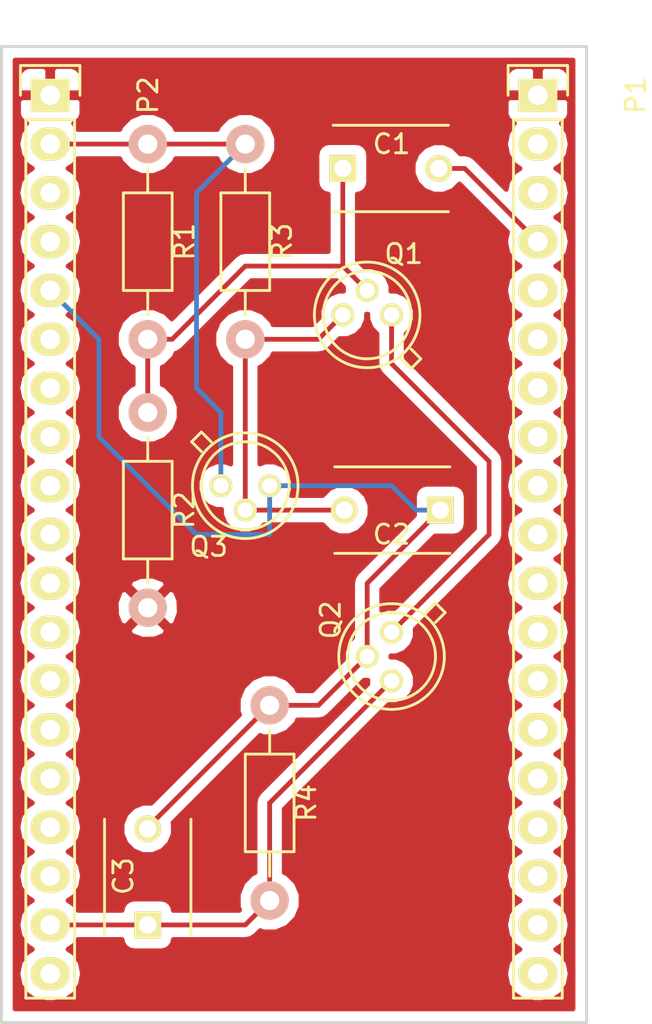
<source format=kicad_pcb>
(kicad_pcb (version 4) (host pcbnew 4.0.3+e1-6302~38~ubuntu16.04.1-stable)

  (general
    (links 21)
    (no_connects 0)
    (area 58.344999 64.816666 92.535 118.185001)
    (thickness 1.6)
    (drawings 4)
    (tracks 41)
    (zones 0)
    (modules 12)
    (nets 41)
  )

  (page A4)
  (layers
    (0 F.Cu signal)
    (31 B.Cu signal)
    (32 B.Adhes user)
    (33 F.Adhes user)
    (34 B.Paste user)
    (35 F.Paste user)
    (36 B.SilkS user)
    (37 F.SilkS user)
    (38 B.Mask user)
    (39 F.Mask user)
    (40 Dwgs.User user)
    (41 Cmts.User user)
    (42 Eco1.User user)
    (43 Eco2.User user)
    (44 Edge.Cuts user)
    (45 Margin user)
    (46 B.CrtYd user)
    (47 F.CrtYd user)
    (48 B.Fab user)
    (49 F.Fab user)
  )

  (setup
    (last_trace_width 0.25)
    (trace_clearance 0.2)
    (zone_clearance 0.508)
    (zone_45_only no)
    (trace_min 0.2)
    (segment_width 0.2)
    (edge_width 0.15)
    (via_size 0.6)
    (via_drill 0.4)
    (via_min_size 0.4)
    (via_min_drill 0.3)
    (uvia_size 0.3)
    (uvia_drill 0.1)
    (uvias_allowed no)
    (uvia_min_size 0.2)
    (uvia_min_drill 0.1)
    (pcb_text_width 0.3)
    (pcb_text_size 1.5 1.5)
    (mod_edge_width 0.15)
    (mod_text_size 1 1)
    (mod_text_width 0.15)
    (pad_size 1.524 1.524)
    (pad_drill 0.762)
    (pad_to_mask_clearance 0.2)
    (aux_axis_origin 0 0)
    (visible_elements 7FFFFFFF)
    (pcbplotparams
      (layerselection 0x00030_80000001)
      (usegerberextensions false)
      (excludeedgelayer true)
      (linewidth 0.100000)
      (plotframeref false)
      (viasonmask false)
      (mode 1)
      (useauxorigin false)
      (hpglpennumber 1)
      (hpglpenspeed 20)
      (hpglpendiameter 15)
      (hpglpenoverlay 2)
      (psnegative false)
      (psa4output false)
      (plotreference true)
      (plotvalue true)
      (plotinvisibletext false)
      (padsonsilk false)
      (subtractmaskfromsilk false)
      (outputformat 1)
      (mirror false)
      (drillshape 0)
      (scaleselection 1)
      (outputdirectory gerber/))
  )

  (net 0 "")
  (net 1 "Net-(C1-Pad1)")
  (net 2 "Net-(C1-Pad2)")
  (net 3 "Net-(C2-Pad1)")
  (net 4 "Net-(C2-Pad2)")
  (net 5 "Net-(C3-Pad1)")
  (net 6 GND)
  (net 7 "Net-(P1-Pad2)")
  (net 8 "Net-(P1-Pad3)")
  (net 9 "Net-(P1-Pad5)")
  (net 10 "Net-(P1-Pad6)")
  (net 11 "Net-(P1-Pad7)")
  (net 12 "Net-(P1-Pad8)")
  (net 13 "Net-(P1-Pad9)")
  (net 14 "Net-(P1-Pad10)")
  (net 15 "Net-(P1-Pad11)")
  (net 16 "Net-(P1-Pad12)")
  (net 17 "Net-(P1-Pad13)")
  (net 18 "Net-(P1-Pad14)")
  (net 19 "Net-(P1-Pad15)")
  (net 20 "Net-(P1-Pad16)")
  (net 21 "Net-(P1-Pad17)")
  (net 22 "Net-(P1-Pad18)")
  (net 23 "Net-(P1-Pad19)")
  (net 24 "Net-(P2-Pad2)")
  (net 25 "Net-(P2-Pad3)")
  (net 26 "Net-(P2-Pad4)")
  (net 27 "Net-(P2-Pad6)")
  (net 28 "Net-(P2-Pad7)")
  (net 29 "Net-(P2-Pad8)")
  (net 30 "Net-(P2-Pad9)")
  (net 31 "Net-(P2-Pad10)")
  (net 32 "Net-(P2-Pad11)")
  (net 33 "Net-(P2-Pad12)")
  (net 34 "Net-(P2-Pad13)")
  (net 35 "Net-(P2-Pad14)")
  (net 36 "Net-(P2-Pad15)")
  (net 37 "Net-(P2-Pad16)")
  (net 38 "Net-(P2-Pad17)")
  (net 39 "Net-(P2-Pad19)")
  (net 40 "Net-(Q1-Pad1)")

  (net_class Default "This is the default net class."
    (clearance 0.2)
    (trace_width 0.25)
    (via_dia 0.6)
    (via_drill 0.4)
    (uvia_dia 0.3)
    (uvia_drill 0.1)
    (add_net GND)
    (add_net "Net-(C1-Pad1)")
    (add_net "Net-(C1-Pad2)")
    (add_net "Net-(C2-Pad1)")
    (add_net "Net-(C2-Pad2)")
    (add_net "Net-(C3-Pad1)")
    (add_net "Net-(P1-Pad10)")
    (add_net "Net-(P1-Pad11)")
    (add_net "Net-(P1-Pad12)")
    (add_net "Net-(P1-Pad13)")
    (add_net "Net-(P1-Pad14)")
    (add_net "Net-(P1-Pad15)")
    (add_net "Net-(P1-Pad16)")
    (add_net "Net-(P1-Pad17)")
    (add_net "Net-(P1-Pad18)")
    (add_net "Net-(P1-Pad19)")
    (add_net "Net-(P1-Pad2)")
    (add_net "Net-(P1-Pad3)")
    (add_net "Net-(P1-Pad5)")
    (add_net "Net-(P1-Pad6)")
    (add_net "Net-(P1-Pad7)")
    (add_net "Net-(P1-Pad8)")
    (add_net "Net-(P1-Pad9)")
    (add_net "Net-(P2-Pad10)")
    (add_net "Net-(P2-Pad11)")
    (add_net "Net-(P2-Pad12)")
    (add_net "Net-(P2-Pad13)")
    (add_net "Net-(P2-Pad14)")
    (add_net "Net-(P2-Pad15)")
    (add_net "Net-(P2-Pad16)")
    (add_net "Net-(P2-Pad17)")
    (add_net "Net-(P2-Pad19)")
    (add_net "Net-(P2-Pad2)")
    (add_net "Net-(P2-Pad3)")
    (add_net "Net-(P2-Pad4)")
    (add_net "Net-(P2-Pad6)")
    (add_net "Net-(P2-Pad7)")
    (add_net "Net-(P2-Pad8)")
    (add_net "Net-(P2-Pad9)")
    (add_net "Net-(Q1-Pad1)")
  )

  (module Capacitors_ThroughHole:C_Disc_D6_P5 placed (layer F.Cu) (tedit 57B46164) (tstamp 57AC84CE)
    (at 66.04 113.03 90)
    (descr "Capacitor 6mm Disc, Pitch 5mm")
    (tags Capacitor)
    (path /576C0CD3)
    (fp_text reference C3 (at 2.54 -1.27 90) (layer F.SilkS)
      (effects (font (size 1 1) (thickness 0.15)))
    )
    (fp_text value 33nF (at 2.54 1.27 90) (layer F.Fab)
      (effects (font (size 1 1) (thickness 0.15)))
    )
    (fp_line (start -0.95 -2.5) (end 5.95 -2.5) (layer F.CrtYd) (width 0.05))
    (fp_line (start 5.95 -2.5) (end 5.95 2.5) (layer F.CrtYd) (width 0.05))
    (fp_line (start 5.95 2.5) (end -0.95 2.5) (layer F.CrtYd) (width 0.05))
    (fp_line (start -0.95 2.5) (end -0.95 -2.5) (layer F.CrtYd) (width 0.05))
    (fp_line (start -0.5 -2.25) (end 5.5 -2.25) (layer F.SilkS) (width 0.15))
    (fp_line (start 5.5 2.25) (end -0.5 2.25) (layer F.SilkS) (width 0.15))
    (pad 1 thru_hole rect (at 0 0 90) (size 1.4 1.4) (drill 0.9) (layers *.Cu *.Mask F.SilkS)
      (net 5 "Net-(C3-Pad1)"))
    (pad 2 thru_hole circle (at 5 0 90) (size 1.4 1.4) (drill 0.9) (layers *.Cu *.Mask F.SilkS)
      (net 3 "Net-(C2-Pad1)"))
    (model Capacitors_ThroughHole.3dshapes/C_Disc_D6_P5.wrl
      (at (xyz 0.0984252 0 0))
      (scale (xyz 1 1 1))
      (rotate (xyz 0 0 0))
    )
  )

  (module Resistors_ThroughHole:Resistor_Horizontal_RM10mm (layer F.Cu) (tedit 57B46152) (tstamp 57AC8514)
    (at 72.39 101.6 270)
    (descr "Resistor, Axial,  RM 10mm, 1/3W")
    (tags "Resistor Axial RM 10mm 1/3W")
    (path /576C04FC)
    (fp_text reference R4 (at 5.08 -1.905 270) (layer F.SilkS)
      (effects (font (size 1 1) (thickness 0.15)))
    )
    (fp_text value 330 (at 5.08 1.905 270) (layer F.Fab)
      (effects (font (size 1 1) (thickness 0.15)))
    )
    (fp_line (start -1.25 -1.5) (end 11.4 -1.5) (layer F.CrtYd) (width 0.05))
    (fp_line (start -1.25 1.5) (end -1.25 -1.5) (layer F.CrtYd) (width 0.05))
    (fp_line (start 11.4 -1.5) (end 11.4 1.5) (layer F.CrtYd) (width 0.05))
    (fp_line (start -1.25 1.5) (end 11.4 1.5) (layer F.CrtYd) (width 0.05))
    (fp_line (start 2.54 -1.27) (end 7.62 -1.27) (layer F.SilkS) (width 0.15))
    (fp_line (start 7.62 -1.27) (end 7.62 1.27) (layer F.SilkS) (width 0.15))
    (fp_line (start 7.62 1.27) (end 2.54 1.27) (layer F.SilkS) (width 0.15))
    (fp_line (start 2.54 1.27) (end 2.54 -1.27) (layer F.SilkS) (width 0.15))
    (fp_line (start 2.54 0) (end 1.27 0) (layer F.SilkS) (width 0.15))
    (fp_line (start 7.62 0) (end 8.89 0) (layer F.SilkS) (width 0.15))
    (pad 1 thru_hole circle (at 0 0 270) (size 1.99898 1.99898) (drill 1.00076) (layers *.Cu *.SilkS *.Mask)
      (net 3 "Net-(C2-Pad1)"))
    (pad 2 thru_hole circle (at 10.16 0 270) (size 1.99898 1.99898) (drill 1.00076) (layers *.Cu *.SilkS *.Mask)
      (net 5 "Net-(C3-Pad1)"))
    (model Resistors_ThroughHole.3dshapes/Resistor_Horizontal_RM10mm.wrl
      (at (xyz 0.2 0 0))
      (scale (xyz 0.4 0.4 0.4))
      (rotate (xyz 0 0 0))
    )
  )

  (module TO_SOT_Packages_THT:TO-18_3Pin (layer F.Cu) (tedit 57B46141) (tstamp 57B43EE9)
    (at 78.74 99.06 90)
    (descr "TO-18, 3Pin,")
    (tags "TO-18, 3Pin,")
    (path /57B44946)
    (fp_text reference Q2 (at 1.905 -3.175 90) (layer F.SilkS)
      (effects (font (size 1 1) (thickness 0.15)))
    )
    (fp_text value 2N2907 (at 0 3.81 90) (layer F.Fab)
      (effects (font (size 1 1) (thickness 0.15)))
    )
    (fp_line (start 2.794 2.286) (end 2.286 1.778) (layer F.SilkS) (width 0.15))
    (fp_line (start 1.778 2.286) (end 2.286 2.794) (layer F.SilkS) (width 0.15))
    (fp_line (start 2.286 2.794) (end 2.794 2.286) (layer F.SilkS) (width 0.15))
    (fp_circle (center 0 0) (end 2.286 0) (layer F.SilkS) (width 0.15))
    (fp_circle (center 0 0) (end 2.75 0) (layer F.SilkS) (width 0.15))
    (pad 1 thru_hole circle (at 1.27 0 90) (size 1.2 1.2) (drill 0.8) (layers *.Cu *.Mask F.SilkS)
      (net 40 "Net-(Q1-Pad1)"))
    (pad 2 thru_hole circle (at 0 -1.27 90) (size 1.2 1.2) (drill 0.8) (layers *.Cu *.Mask F.SilkS)
      (net 3 "Net-(C2-Pad1)"))
    (pad 3 thru_hole circle (at -1.27 0 90) (size 1.2 1.2) (drill 0.8) (layers *.Cu *.Mask F.SilkS)
      (net 5 "Net-(C3-Pad1)"))
    (model TO_SOT_Packages_THT.3dshapes/TO-18_3Pin.wrl
      (at (xyz 0 0 0))
      (scale (xyz 0.3937 0.3937 0.3937))
      (rotate (xyz 0 0 0))
    )
  )

  (module TO_SOT_Packages_THT:TO-18_3Pin (layer F.Cu) (tedit 57B4612F) (tstamp 57B43EF0)
    (at 71.12 90.17 180)
    (descr "TO-18, 3Pin,")
    (tags "TO-18, 3Pin,")
    (path /57B44A85)
    (fp_text reference Q3 (at 1.905 -3.175 180) (layer F.SilkS)
      (effects (font (size 1 1) (thickness 0.15)))
    )
    (fp_text value 2N2907 (at 0 3.81 180) (layer F.Fab)
      (effects (font (size 1 1) (thickness 0.15)))
    )
    (fp_line (start 2.794 2.286) (end 2.286 1.778) (layer F.SilkS) (width 0.15))
    (fp_line (start 1.778 2.286) (end 2.286 2.794) (layer F.SilkS) (width 0.15))
    (fp_line (start 2.286 2.794) (end 2.794 2.286) (layer F.SilkS) (width 0.15))
    (fp_circle (center 0 0) (end 2.286 0) (layer F.SilkS) (width 0.15))
    (fp_circle (center 0 0) (end 2.75 0) (layer F.SilkS) (width 0.15))
    (pad 1 thru_hole circle (at 1.27 0 180) (size 1.2 1.2) (drill 0.8) (layers *.Cu *.Mask F.SilkS)
      (net 24 "Net-(P2-Pad2)"))
    (pad 2 thru_hole circle (at 0 -1.27 180) (size 1.2 1.2) (drill 0.8) (layers *.Cu *.Mask F.SilkS)
      (net 4 "Net-(C2-Pad2)"))
    (pad 3 thru_hole circle (at -1.27 0 180) (size 1.2 1.2) (drill 0.8) (layers *.Cu *.Mask F.SilkS)
      (net 3 "Net-(C2-Pad1)"))
    (model TO_SOT_Packages_THT.3dshapes/TO-18_3Pin.wrl
      (at (xyz 0 0 0))
      (scale (xyz 0.3937 0.3937 0.3937))
      (rotate (xyz 0 0 0))
    )
  )

  (module Capacitors_ThroughHole:C_Disc_D6_P5 placed (layer F.Cu) (tedit 57B46122) (tstamp 57AC84C8)
    (at 81.28 91.44 180)
    (descr "Capacitor 6mm Disc, Pitch 5mm")
    (tags Capacitor)
    (path /576C09D3)
    (fp_text reference C2 (at 2.54 -1.27 180) (layer F.SilkS)
      (effects (font (size 1 1) (thickness 0.15)))
    )
    (fp_text value 1nF (at 2.54 1.27 180) (layer F.Fab)
      (effects (font (size 1 1) (thickness 0.15)))
    )
    (fp_line (start -0.95 -2.5) (end 5.95 -2.5) (layer F.CrtYd) (width 0.05))
    (fp_line (start 5.95 -2.5) (end 5.95 2.5) (layer F.CrtYd) (width 0.05))
    (fp_line (start 5.95 2.5) (end -0.95 2.5) (layer F.CrtYd) (width 0.05))
    (fp_line (start -0.95 2.5) (end -0.95 -2.5) (layer F.CrtYd) (width 0.05))
    (fp_line (start -0.5 -2.25) (end 5.5 -2.25) (layer F.SilkS) (width 0.15))
    (fp_line (start 5.5 2.25) (end -0.5 2.25) (layer F.SilkS) (width 0.15))
    (pad 1 thru_hole rect (at 0 0 180) (size 1.4 1.4) (drill 0.9) (layers *.Cu *.Mask F.SilkS)
      (net 3 "Net-(C2-Pad1)"))
    (pad 2 thru_hole circle (at 5 0 180) (size 1.4 1.4) (drill 0.9) (layers *.Cu *.Mask F.SilkS)
      (net 4 "Net-(C2-Pad2)"))
    (model Capacitors_ThroughHole.3dshapes/C_Disc_D6_P5.wrl
      (at (xyz 0.0984252 0 0))
      (scale (xyz 1 1 1))
      (rotate (xyz 0 0 0))
    )
  )

  (module TO_SOT_Packages_THT:TO-18_3Pin (layer F.Cu) (tedit 57B46107) (tstamp 57B43EE2)
    (at 77.47 81.28)
    (descr "TO-18, 3Pin,")
    (tags "TO-18, 3Pin,")
    (path /57B448C8)
    (fp_text reference Q1 (at 1.905 -3.175) (layer F.SilkS)
      (effects (font (size 1 1) (thickness 0.15)))
    )
    (fp_text value 2N2222 (at 0 3.81) (layer F.Fab)
      (effects (font (size 1 1) (thickness 0.15)))
    )
    (fp_line (start 2.794 2.286) (end 2.286 1.778) (layer F.SilkS) (width 0.15))
    (fp_line (start 1.778 2.286) (end 2.286 2.794) (layer F.SilkS) (width 0.15))
    (fp_line (start 2.286 2.794) (end 2.794 2.286) (layer F.SilkS) (width 0.15))
    (fp_circle (center 0 0) (end 2.286 0) (layer F.SilkS) (width 0.15))
    (fp_circle (center 0 0) (end 2.75 0) (layer F.SilkS) (width 0.15))
    (pad 1 thru_hole circle (at 1.27 0) (size 1.2 1.2) (drill 0.8) (layers *.Cu *.Mask F.SilkS)
      (net 40 "Net-(Q1-Pad1)"))
    (pad 2 thru_hole circle (at 0 -1.27) (size 1.2 1.2) (drill 0.8) (layers *.Cu *.Mask F.SilkS)
      (net 1 "Net-(C1-Pad1)"))
    (pad 3 thru_hole circle (at -1.27 0) (size 1.2 1.2) (drill 0.8) (layers *.Cu *.Mask F.SilkS)
      (net 4 "Net-(C2-Pad2)"))
    (model TO_SOT_Packages_THT.3dshapes/TO-18_3Pin.wrl
      (at (xyz 0 0 0))
      (scale (xyz 0.3937 0.3937 0.3937))
      (rotate (xyz 0 0 0))
    )
  )

  (module Resistors_ThroughHole:Resistor_Horizontal_RM10mm (layer F.Cu) (tedit 57B460E6) (tstamp 57AC8508)
    (at 66.04 86.36 270)
    (descr "Resistor, Axial,  RM 10mm, 1/3W")
    (tags "Resistor Axial RM 10mm 1/3W")
    (path /576BE218)
    (fp_text reference R2 (at 5.08 -1.905 270) (layer F.SilkS)
      (effects (font (size 1 1) (thickness 0.15)))
    )
    (fp_text value 1000 (at 5.08 1.905 270) (layer F.Fab)
      (effects (font (size 1 1) (thickness 0.15)))
    )
    (fp_line (start -1.25 -1.5) (end 11.4 -1.5) (layer F.CrtYd) (width 0.05))
    (fp_line (start -1.25 1.5) (end -1.25 -1.5) (layer F.CrtYd) (width 0.05))
    (fp_line (start 11.4 -1.5) (end 11.4 1.5) (layer F.CrtYd) (width 0.05))
    (fp_line (start -1.25 1.5) (end 11.4 1.5) (layer F.CrtYd) (width 0.05))
    (fp_line (start 2.54 -1.27) (end 7.62 -1.27) (layer F.SilkS) (width 0.15))
    (fp_line (start 7.62 -1.27) (end 7.62 1.27) (layer F.SilkS) (width 0.15))
    (fp_line (start 7.62 1.27) (end 2.54 1.27) (layer F.SilkS) (width 0.15))
    (fp_line (start 2.54 1.27) (end 2.54 -1.27) (layer F.SilkS) (width 0.15))
    (fp_line (start 2.54 0) (end 1.27 0) (layer F.SilkS) (width 0.15))
    (fp_line (start 7.62 0) (end 8.89 0) (layer F.SilkS) (width 0.15))
    (pad 1 thru_hole circle (at 0 0 270) (size 1.99898 1.99898) (drill 1.00076) (layers *.Cu *.SilkS *.Mask)
      (net 1 "Net-(C1-Pad1)"))
    (pad 2 thru_hole circle (at 10.16 0 270) (size 1.99898 1.99898) (drill 1.00076) (layers *.Cu *.SilkS *.Mask)
      (net 6 GND))
    (model Resistors_ThroughHole.3dshapes/Resistor_Horizontal_RM10mm.wrl
      (at (xyz 0.2 0 0))
      (scale (xyz 0.4 0.4 0.4))
      (rotate (xyz 0 0 0))
    )
  )

  (module Capacitors_ThroughHole:C_Disc_D6_P5 placed (layer F.Cu) (tedit 57B460D4) (tstamp 57AC84C2)
    (at 76.2 73.66)
    (descr "Capacitor 6mm Disc, Pitch 5mm")
    (tags Capacitor)
    (path /576BDEE5)
    (fp_text reference C1 (at 2.54 -1.27) (layer F.SilkS)
      (effects (font (size 1 1) (thickness 0.15)))
    )
    (fp_text value 10nF (at 2.54 1.27) (layer F.Fab)
      (effects (font (size 1 1) (thickness 0.15)))
    )
    (fp_line (start -0.95 -2.5) (end 5.95 -2.5) (layer F.CrtYd) (width 0.05))
    (fp_line (start 5.95 -2.5) (end 5.95 2.5) (layer F.CrtYd) (width 0.05))
    (fp_line (start 5.95 2.5) (end -0.95 2.5) (layer F.CrtYd) (width 0.05))
    (fp_line (start -0.95 2.5) (end -0.95 -2.5) (layer F.CrtYd) (width 0.05))
    (fp_line (start -0.5 -2.25) (end 5.5 -2.25) (layer F.SilkS) (width 0.15))
    (fp_line (start 5.5 2.25) (end -0.5 2.25) (layer F.SilkS) (width 0.15))
    (pad 1 thru_hole rect (at 0 0) (size 1.4 1.4) (drill 0.9) (layers *.Cu *.Mask F.SilkS)
      (net 1 "Net-(C1-Pad1)"))
    (pad 2 thru_hole circle (at 5 0) (size 1.4 1.4) (drill 0.9) (layers *.Cu *.Mask F.SilkS)
      (net 2 "Net-(C1-Pad2)"))
    (model Capacitors_ThroughHole.3dshapes/C_Disc_D6_P5.wrl
      (at (xyz 0.0984252 0 0))
      (scale (xyz 1 1 1))
      (rotate (xyz 0 0 0))
    )
  )

  (module Resistors_ThroughHole:Resistor_Horizontal_RM10mm (layer F.Cu) (tedit 57B460BF) (tstamp 57AC8502)
    (at 66.04 72.39 270)
    (descr "Resistor, Axial,  RM 10mm, 1/3W")
    (tags "Resistor Axial RM 10mm 1/3W")
    (path /576BD976)
    (fp_text reference R1 (at 5.08 -1.905 270) (layer F.SilkS)
      (effects (font (size 1 1) (thickness 0.15)))
    )
    (fp_text value 2800 (at 5.08 1.905 270) (layer F.Fab)
      (effects (font (size 1 1) (thickness 0.15)))
    )
    (fp_line (start -1.25 -1.5) (end 11.4 -1.5) (layer F.CrtYd) (width 0.05))
    (fp_line (start -1.25 1.5) (end -1.25 -1.5) (layer F.CrtYd) (width 0.05))
    (fp_line (start 11.4 -1.5) (end 11.4 1.5) (layer F.CrtYd) (width 0.05))
    (fp_line (start -1.25 1.5) (end 11.4 1.5) (layer F.CrtYd) (width 0.05))
    (fp_line (start 2.54 -1.27) (end 7.62 -1.27) (layer F.SilkS) (width 0.15))
    (fp_line (start 7.62 -1.27) (end 7.62 1.27) (layer F.SilkS) (width 0.15))
    (fp_line (start 7.62 1.27) (end 2.54 1.27) (layer F.SilkS) (width 0.15))
    (fp_line (start 2.54 1.27) (end 2.54 -1.27) (layer F.SilkS) (width 0.15))
    (fp_line (start 2.54 0) (end 1.27 0) (layer F.SilkS) (width 0.15))
    (fp_line (start 7.62 0) (end 8.89 0) (layer F.SilkS) (width 0.15))
    (pad 1 thru_hole circle (at 0 0 270) (size 1.99898 1.99898) (drill 1.00076) (layers *.Cu *.SilkS *.Mask)
      (net 24 "Net-(P2-Pad2)"))
    (pad 2 thru_hole circle (at 10.16 0 270) (size 1.99898 1.99898) (drill 1.00076) (layers *.Cu *.SilkS *.Mask)
      (net 1 "Net-(C1-Pad1)"))
    (model Resistors_ThroughHole.3dshapes/Resistor_Horizontal_RM10mm.wrl
      (at (xyz 0.2 0 0))
      (scale (xyz 0.4 0.4 0.4))
      (rotate (xyz 0 0 0))
    )
  )

  (module Resistors_ThroughHole:Resistor_Horizontal_RM10mm (layer F.Cu) (tedit 57B460B0) (tstamp 57AC850E)
    (at 71.12 72.39 270)
    (descr "Resistor, Axial,  RM 10mm, 1/3W")
    (tags "Resistor Axial RM 10mm 1/3W")
    (path /576BE62A)
    (fp_text reference R3 (at 5.08 -1.905 270) (layer F.SilkS)
      (effects (font (size 1 1) (thickness 0.15)))
    )
    (fp_text value 330 (at 5.08 1.905 270) (layer F.Fab)
      (effects (font (size 1 1) (thickness 0.15)))
    )
    (fp_line (start -1.25 -1.5) (end 11.4 -1.5) (layer F.CrtYd) (width 0.05))
    (fp_line (start -1.25 1.5) (end -1.25 -1.5) (layer F.CrtYd) (width 0.05))
    (fp_line (start 11.4 -1.5) (end 11.4 1.5) (layer F.CrtYd) (width 0.05))
    (fp_line (start -1.25 1.5) (end 11.4 1.5) (layer F.CrtYd) (width 0.05))
    (fp_line (start 2.54 -1.27) (end 7.62 -1.27) (layer F.SilkS) (width 0.15))
    (fp_line (start 7.62 -1.27) (end 7.62 1.27) (layer F.SilkS) (width 0.15))
    (fp_line (start 7.62 1.27) (end 2.54 1.27) (layer F.SilkS) (width 0.15))
    (fp_line (start 2.54 1.27) (end 2.54 -1.27) (layer F.SilkS) (width 0.15))
    (fp_line (start 2.54 0) (end 1.27 0) (layer F.SilkS) (width 0.15))
    (fp_line (start 7.62 0) (end 8.89 0) (layer F.SilkS) (width 0.15))
    (pad 1 thru_hole circle (at 0 0 270) (size 1.99898 1.99898) (drill 1.00076) (layers *.Cu *.SilkS *.Mask)
      (net 24 "Net-(P2-Pad2)"))
    (pad 2 thru_hole circle (at 10.16 0 270) (size 1.99898 1.99898) (drill 1.00076) (layers *.Cu *.SilkS *.Mask)
      (net 4 "Net-(C2-Pad2)"))
    (model Resistors_ThroughHole.3dshapes/Resistor_Horizontal_RM10mm.wrl
      (at (xyz 0.2 0 0))
      (scale (xyz 0.4 0.4 0.4))
      (rotate (xyz 0 0 0))
    )
  )

  (module Socket_Strips:Socket_Strip_Straight_1x19 placed (layer F.Cu) (tedit 0) (tstamp 57AC84E5)
    (at 86.36 69.85 270)
    (descr "Through hole socket strip")
    (tags "socket strip")
    (path /57A85BF9)
    (fp_text reference P1 (at 0 -5.1 270) (layer F.SilkS)
      (effects (font (size 1 1) (thickness 0.15)))
    )
    (fp_text value CONN_01X19 (at 0 -3.1 270) (layer F.Fab)
      (effects (font (size 1 1) (thickness 0.15)))
    )
    (fp_line (start -1.75 -1.75) (end -1.75 1.75) (layer F.CrtYd) (width 0.05))
    (fp_line (start 47.5 -1.75) (end 47.5 1.75) (layer F.CrtYd) (width 0.05))
    (fp_line (start -1.75 -1.75) (end 47.5 -1.75) (layer F.CrtYd) (width 0.05))
    (fp_line (start -1.75 1.75) (end 47.5 1.75) (layer F.CrtYd) (width 0.05))
    (fp_line (start 1.27 1.27) (end 46.99 1.27) (layer F.SilkS) (width 0.15))
    (fp_line (start 46.99 1.27) (end 46.99 -1.27) (layer F.SilkS) (width 0.15))
    (fp_line (start 46.99 -1.27) (end 1.27 -1.27) (layer F.SilkS) (width 0.15))
    (fp_line (start -1.55 1.55) (end 0 1.55) (layer F.SilkS) (width 0.15))
    (fp_line (start 1.27 1.27) (end 1.27 -1.27) (layer F.SilkS) (width 0.15))
    (fp_line (start 0 -1.55) (end -1.55 -1.55) (layer F.SilkS) (width 0.15))
    (fp_line (start -1.55 -1.55) (end -1.55 1.55) (layer F.SilkS) (width 0.15))
    (pad 1 thru_hole rect (at 0 0 270) (size 1.7272 2.032) (drill 1.016) (layers *.Cu *.Mask F.SilkS)
      (net 6 GND))
    (pad 2 thru_hole oval (at 2.54 0 270) (size 1.7272 2.032) (drill 1.016) (layers *.Cu *.Mask F.SilkS)
      (net 7 "Net-(P1-Pad2)"))
    (pad 3 thru_hole oval (at 5.08 0 270) (size 1.7272 2.032) (drill 1.016) (layers *.Cu *.Mask F.SilkS)
      (net 8 "Net-(P1-Pad3)"))
    (pad 4 thru_hole oval (at 7.62 0 270) (size 1.7272 2.032) (drill 1.016) (layers *.Cu *.Mask F.SilkS)
      (net 2 "Net-(C1-Pad2)"))
    (pad 5 thru_hole oval (at 10.16 0 270) (size 1.7272 2.032) (drill 1.016) (layers *.Cu *.Mask F.SilkS)
      (net 9 "Net-(P1-Pad5)"))
    (pad 6 thru_hole oval (at 12.7 0 270) (size 1.7272 2.032) (drill 1.016) (layers *.Cu *.Mask F.SilkS)
      (net 10 "Net-(P1-Pad6)"))
    (pad 7 thru_hole oval (at 15.24 0 270) (size 1.7272 2.032) (drill 1.016) (layers *.Cu *.Mask F.SilkS)
      (net 11 "Net-(P1-Pad7)"))
    (pad 8 thru_hole oval (at 17.78 0 270) (size 1.7272 2.032) (drill 1.016) (layers *.Cu *.Mask F.SilkS)
      (net 12 "Net-(P1-Pad8)"))
    (pad 9 thru_hole oval (at 20.32 0 270) (size 1.7272 2.032) (drill 1.016) (layers *.Cu *.Mask F.SilkS)
      (net 13 "Net-(P1-Pad9)"))
    (pad 10 thru_hole oval (at 22.86 0 270) (size 1.7272 2.032) (drill 1.016) (layers *.Cu *.Mask F.SilkS)
      (net 14 "Net-(P1-Pad10)"))
    (pad 11 thru_hole oval (at 25.4 0 270) (size 1.7272 2.032) (drill 1.016) (layers *.Cu *.Mask F.SilkS)
      (net 15 "Net-(P1-Pad11)"))
    (pad 12 thru_hole oval (at 27.94 0 270) (size 1.7272 2.032) (drill 1.016) (layers *.Cu *.Mask F.SilkS)
      (net 16 "Net-(P1-Pad12)"))
    (pad 13 thru_hole oval (at 30.48 0 270) (size 1.7272 2.032) (drill 1.016) (layers *.Cu *.Mask F.SilkS)
      (net 17 "Net-(P1-Pad13)"))
    (pad 14 thru_hole oval (at 33.02 0 270) (size 1.7272 2.032) (drill 1.016) (layers *.Cu *.Mask F.SilkS)
      (net 18 "Net-(P1-Pad14)"))
    (pad 15 thru_hole oval (at 35.56 0 270) (size 1.7272 2.032) (drill 1.016) (layers *.Cu *.Mask F.SilkS)
      (net 19 "Net-(P1-Pad15)"))
    (pad 16 thru_hole oval (at 38.1 0 270) (size 1.7272 2.032) (drill 1.016) (layers *.Cu *.Mask F.SilkS)
      (net 20 "Net-(P1-Pad16)"))
    (pad 17 thru_hole oval (at 40.64 0 270) (size 1.7272 2.032) (drill 1.016) (layers *.Cu *.Mask F.SilkS)
      (net 21 "Net-(P1-Pad17)"))
    (pad 18 thru_hole oval (at 43.18 0 270) (size 1.7272 2.032) (drill 1.016) (layers *.Cu *.Mask F.SilkS)
      (net 22 "Net-(P1-Pad18)"))
    (pad 19 thru_hole oval (at 45.72 0 270) (size 1.7272 2.032) (drill 1.016) (layers *.Cu *.Mask F.SilkS)
      (net 23 "Net-(P1-Pad19)"))
    (model Socket_Strips.3dshapes/Socket_Strip_Straight_1x19.wrl
      (at (xyz 0.9 0 0))
      (scale (xyz 1 1 1))
      (rotate (xyz 0 0 180))
    )
  )

  (module Socket_Strips:Socket_Strip_Straight_1x19 placed (layer F.Cu) (tedit 0) (tstamp 57AC84FC)
    (at 60.96 69.85 270)
    (descr "Through hole socket strip")
    (tags "socket strip")
    (path /57A85C38)
    (fp_text reference P2 (at 0 -5.1 270) (layer F.SilkS)
      (effects (font (size 1 1) (thickness 0.15)))
    )
    (fp_text value CONN_01X19 (at 0 -3.1 270) (layer F.Fab)
      (effects (font (size 1 1) (thickness 0.15)))
    )
    (fp_line (start -1.75 -1.75) (end -1.75 1.75) (layer F.CrtYd) (width 0.05))
    (fp_line (start 47.5 -1.75) (end 47.5 1.75) (layer F.CrtYd) (width 0.05))
    (fp_line (start -1.75 -1.75) (end 47.5 -1.75) (layer F.CrtYd) (width 0.05))
    (fp_line (start -1.75 1.75) (end 47.5 1.75) (layer F.CrtYd) (width 0.05))
    (fp_line (start 1.27 1.27) (end 46.99 1.27) (layer F.SilkS) (width 0.15))
    (fp_line (start 46.99 1.27) (end 46.99 -1.27) (layer F.SilkS) (width 0.15))
    (fp_line (start 46.99 -1.27) (end 1.27 -1.27) (layer F.SilkS) (width 0.15))
    (fp_line (start -1.55 1.55) (end 0 1.55) (layer F.SilkS) (width 0.15))
    (fp_line (start 1.27 1.27) (end 1.27 -1.27) (layer F.SilkS) (width 0.15))
    (fp_line (start 0 -1.55) (end -1.55 -1.55) (layer F.SilkS) (width 0.15))
    (fp_line (start -1.55 -1.55) (end -1.55 1.55) (layer F.SilkS) (width 0.15))
    (pad 1 thru_hole rect (at 0 0 270) (size 1.7272 2.032) (drill 1.016) (layers *.Cu *.Mask F.SilkS)
      (net 6 GND))
    (pad 2 thru_hole oval (at 2.54 0 270) (size 1.7272 2.032) (drill 1.016) (layers *.Cu *.Mask F.SilkS)
      (net 24 "Net-(P2-Pad2)"))
    (pad 3 thru_hole oval (at 5.08 0 270) (size 1.7272 2.032) (drill 1.016) (layers *.Cu *.Mask F.SilkS)
      (net 25 "Net-(P2-Pad3)"))
    (pad 4 thru_hole oval (at 7.62 0 270) (size 1.7272 2.032) (drill 1.016) (layers *.Cu *.Mask F.SilkS)
      (net 26 "Net-(P2-Pad4)"))
    (pad 5 thru_hole oval (at 10.16 0 270) (size 1.7272 2.032) (drill 1.016) (layers *.Cu *.Mask F.SilkS)
      (net 3 "Net-(C2-Pad1)"))
    (pad 6 thru_hole oval (at 12.7 0 270) (size 1.7272 2.032) (drill 1.016) (layers *.Cu *.Mask F.SilkS)
      (net 27 "Net-(P2-Pad6)"))
    (pad 7 thru_hole oval (at 15.24 0 270) (size 1.7272 2.032) (drill 1.016) (layers *.Cu *.Mask F.SilkS)
      (net 28 "Net-(P2-Pad7)"))
    (pad 8 thru_hole oval (at 17.78 0 270) (size 1.7272 2.032) (drill 1.016) (layers *.Cu *.Mask F.SilkS)
      (net 29 "Net-(P2-Pad8)"))
    (pad 9 thru_hole oval (at 20.32 0 270) (size 1.7272 2.032) (drill 1.016) (layers *.Cu *.Mask F.SilkS)
      (net 30 "Net-(P2-Pad9)"))
    (pad 10 thru_hole oval (at 22.86 0 270) (size 1.7272 2.032) (drill 1.016) (layers *.Cu *.Mask F.SilkS)
      (net 31 "Net-(P2-Pad10)"))
    (pad 11 thru_hole oval (at 25.4 0 270) (size 1.7272 2.032) (drill 1.016) (layers *.Cu *.Mask F.SilkS)
      (net 32 "Net-(P2-Pad11)"))
    (pad 12 thru_hole oval (at 27.94 0 270) (size 1.7272 2.032) (drill 1.016) (layers *.Cu *.Mask F.SilkS)
      (net 33 "Net-(P2-Pad12)"))
    (pad 13 thru_hole oval (at 30.48 0 270) (size 1.7272 2.032) (drill 1.016) (layers *.Cu *.Mask F.SilkS)
      (net 34 "Net-(P2-Pad13)"))
    (pad 14 thru_hole oval (at 33.02 0 270) (size 1.7272 2.032) (drill 1.016) (layers *.Cu *.Mask F.SilkS)
      (net 35 "Net-(P2-Pad14)"))
    (pad 15 thru_hole oval (at 35.56 0 270) (size 1.7272 2.032) (drill 1.016) (layers *.Cu *.Mask F.SilkS)
      (net 36 "Net-(P2-Pad15)"))
    (pad 16 thru_hole oval (at 38.1 0 270) (size 1.7272 2.032) (drill 1.016) (layers *.Cu *.Mask F.SilkS)
      (net 37 "Net-(P2-Pad16)"))
    (pad 17 thru_hole oval (at 40.64 0 270) (size 1.7272 2.032) (drill 1.016) (layers *.Cu *.Mask F.SilkS)
      (net 38 "Net-(P2-Pad17)"))
    (pad 18 thru_hole oval (at 43.18 0 270) (size 1.7272 2.032) (drill 1.016) (layers *.Cu *.Mask F.SilkS)
      (net 5 "Net-(C3-Pad1)"))
    (pad 19 thru_hole oval (at 45.72 0 270) (size 1.7272 2.032) (drill 1.016) (layers *.Cu *.Mask F.SilkS)
      (net 39 "Net-(P2-Pad19)"))
    (model Socket_Strips.3dshapes/Socket_Strip_Straight_1x19.wrl
      (at (xyz 0.9 0 0))
      (scale (xyz 1 1 1))
      (rotate (xyz 0 0 180))
    )
  )

  (gr_line (start 88.9 118.11) (end 58.42 118.11) (angle 90) (layer Edge.Cuts) (width 0.15))
  (gr_line (start 88.9 67.31) (end 88.9 118.11) (angle 90) (layer Edge.Cuts) (width 0.15))
  (gr_line (start 58.42 67.31) (end 88.9 67.31) (angle 90) (layer Edge.Cuts) (width 0.15))
  (gr_line (start 58.42 118.11) (end 58.42 67.31) (angle 90) (layer Edge.Cuts) (width 0.15))

  (segment (start 66.04 86.36) (end 66.04 82.55) (width 0.25) (layer F.Cu) (net 1))
  (segment (start 66.04 82.55) (end 67.31 82.55) (width 0.25) (layer F.Cu) (net 1))
  (segment (start 71.12 78.74) (end 76.2 78.74) (width 0.25) (layer F.Cu) (net 1) (tstamp 57B44095))
  (segment (start 67.31 82.55) (end 71.12 78.74) (width 0.25) (layer F.Cu) (net 1) (tstamp 57B44093))
  (segment (start 76.2 73.66) (end 76.2 78.74) (width 0.25) (layer F.Cu) (net 1))
  (segment (start 76.2 78.74) (end 77.47 80.01) (width 0.25) (layer F.Cu) (net 1) (tstamp 57B4408B))
  (segment (start 81.2 73.66) (end 82.55 73.66) (width 0.25) (layer F.Cu) (net 2))
  (segment (start 82.55 73.66) (end 86.36 77.47) (width 0.25) (layer F.Cu) (net 2) (tstamp 57B44086))
  (segment (start 72.39 90.17) (end 78.74 90.17) (width 0.25) (layer B.Cu) (net 3))
  (segment (start 80.01 91.44) (end 81.28 91.44) (width 0.25) (layer B.Cu) (net 3) (tstamp 57B44135))
  (segment (start 78.74 90.17) (end 80.01 91.44) (width 0.25) (layer B.Cu) (net 3) (tstamp 57B44134))
  (segment (start 66.04 108.03) (end 66.04 107.95) (width 0.25) (layer F.Cu) (net 3))
  (segment (start 66.04 107.95) (end 72.39 101.6) (width 0.25) (layer F.Cu) (net 3) (tstamp 57B44107))
  (segment (start 72.39 101.6) (end 74.93 101.6) (width 0.25) (layer F.Cu) (net 3))
  (segment (start 74.93 101.6) (end 77.47 99.06) (width 0.25) (layer F.Cu) (net 3) (tstamp 57B440FB))
  (segment (start 77.47 99.06) (end 77.47 95.25) (width 0.25) (layer F.Cu) (net 3))
  (segment (start 77.47 95.25) (end 81.28 91.44) (width 0.25) (layer F.Cu) (net 3) (tstamp 57B440F7))
  (segment (start 72.39 90.17) (end 72.39 92.71) (width 0.25) (layer B.Cu) (net 3))
  (segment (start 63.5 82.55) (end 60.96 80.01) (width 0.25) (layer B.Cu) (net 3) (tstamp 57B440D9))
  (segment (start 63.5 87.63) (end 63.5 82.55) (width 0.25) (layer B.Cu) (net 3) (tstamp 57B440D7))
  (segment (start 68.58 92.71) (end 63.5 87.63) (width 0.25) (layer B.Cu) (net 3) (tstamp 57B440D6))
  (segment (start 72.39 92.71) (end 68.58 92.71) (width 0.25) (layer B.Cu) (net 3) (tstamp 57B440D5))
  (segment (start 71.12 91.44) (end 71.12 82.55) (width 0.25) (layer F.Cu) (net 4))
  (segment (start 71.12 91.44) (end 76.28 91.44) (width 0.25) (layer F.Cu) (net 4))
  (segment (start 71.12 82.55) (end 74.93 82.55) (width 0.25) (layer F.Cu) (net 4))
  (segment (start 74.93 82.55) (end 76.2 81.28) (width 0.25) (layer F.Cu) (net 4) (tstamp 57B4408F))
  (segment (start 60.96 113.03) (end 66.04 113.03) (width 0.25) (layer F.Cu) (net 5))
  (segment (start 66.04 113.03) (end 71.12 113.03) (width 0.25) (layer F.Cu) (net 5))
  (segment (start 71.12 113.03) (end 72.39 111.76) (width 0.25) (layer F.Cu) (net 5) (tstamp 57B44103))
  (segment (start 72.39 111.76) (end 72.39 106.68) (width 0.25) (layer F.Cu) (net 5))
  (segment (start 72.39 106.68) (end 78.74 100.33) (width 0.25) (layer F.Cu) (net 5) (tstamp 57B440FF))
  (segment (start 69.85 90.17) (end 69.85 86.36) (width 0.25) (layer B.Cu) (net 24))
  (segment (start 68.58 74.93) (end 71.12 72.39) (width 0.25) (layer B.Cu) (net 24) (tstamp 57B440D1))
  (segment (start 68.58 85.09) (end 68.58 74.93) (width 0.25) (layer B.Cu) (net 24) (tstamp 57B440CE))
  (segment (start 69.85 86.36) (end 68.58 85.09) (width 0.25) (layer B.Cu) (net 24) (tstamp 57B440CA))
  (segment (start 66.04 72.39) (end 71.12 72.39) (width 0.25) (layer F.Cu) (net 24))
  (segment (start 60.96 72.39) (end 66.04 72.39) (width 0.25) (layer F.Cu) (net 24))
  (segment (start 78.74 81.28) (end 78.74 83.82) (width 0.25) (layer F.Cu) (net 40))
  (segment (start 83.82 92.71) (end 78.74 97.79) (width 0.25) (layer F.Cu) (net 40) (tstamp 57B440E9))
  (segment (start 83.82 88.9) (end 83.82 92.71) (width 0.25) (layer F.Cu) (net 40) (tstamp 57B440E6))
  (segment (start 78.74 83.82) (end 83.82 88.9) (width 0.25) (layer F.Cu) (net 40) (tstamp 57B440E3))

  (zone (net 6) (net_name GND) (layer F.Cu) (tstamp 57AC9752) (hatch edge 0.508)
    (connect_pads (clearance 0.508))
    (min_thickness 0.254)
    (fill yes (arc_segments 16) (thermal_gap 0.508) (thermal_bridge_width 0.508))
    (polygon
      (pts
        (xy 88.9 118.11) (xy 58.42 118.11) (xy 58.42 67.31) (xy 88.9 67.31)
      )
    )
    (filled_polygon
      (pts
        (xy 88.19 117.4) (xy 59.13 117.4) (xy 59.13 72.39) (xy 59.276655 72.39) (xy 59.390729 72.963489)
        (xy 59.715585 73.44967) (xy 60.030366 73.66) (xy 59.715585 73.87033) (xy 59.390729 74.356511) (xy 59.276655 74.93)
        (xy 59.390729 75.503489) (xy 59.715585 75.98967) (xy 60.030366 76.2) (xy 59.715585 76.41033) (xy 59.390729 76.896511)
        (xy 59.276655 77.47) (xy 59.390729 78.043489) (xy 59.715585 78.52967) (xy 60.030366 78.74) (xy 59.715585 78.95033)
        (xy 59.390729 79.436511) (xy 59.276655 80.01) (xy 59.390729 80.583489) (xy 59.715585 81.06967) (xy 60.030366 81.28)
        (xy 59.715585 81.49033) (xy 59.390729 81.976511) (xy 59.276655 82.55) (xy 59.390729 83.123489) (xy 59.715585 83.60967)
        (xy 60.030366 83.82) (xy 59.715585 84.03033) (xy 59.390729 84.516511) (xy 59.276655 85.09) (xy 59.390729 85.663489)
        (xy 59.715585 86.14967) (xy 60.030366 86.36) (xy 59.715585 86.57033) (xy 59.390729 87.056511) (xy 59.276655 87.63)
        (xy 59.390729 88.203489) (xy 59.715585 88.68967) (xy 60.030366 88.9) (xy 59.715585 89.11033) (xy 59.390729 89.596511)
        (xy 59.276655 90.17) (xy 59.390729 90.743489) (xy 59.715585 91.22967) (xy 60.030366 91.44) (xy 59.715585 91.65033)
        (xy 59.390729 92.136511) (xy 59.276655 92.71) (xy 59.390729 93.283489) (xy 59.715585 93.76967) (xy 60.030366 93.98)
        (xy 59.715585 94.19033) (xy 59.390729 94.676511) (xy 59.276655 95.25) (xy 59.390729 95.823489) (xy 59.715585 96.30967)
        (xy 60.030366 96.52) (xy 59.715585 96.73033) (xy 59.390729 97.216511) (xy 59.276655 97.79) (xy 59.390729 98.363489)
        (xy 59.715585 98.84967) (xy 60.030366 99.06) (xy 59.715585 99.27033) (xy 59.390729 99.756511) (xy 59.276655 100.33)
        (xy 59.390729 100.903489) (xy 59.715585 101.38967) (xy 60.030366 101.6) (xy 59.715585 101.81033) (xy 59.390729 102.296511)
        (xy 59.276655 102.87) (xy 59.390729 103.443489) (xy 59.715585 103.92967) (xy 60.030366 104.14) (xy 59.715585 104.35033)
        (xy 59.390729 104.836511) (xy 59.276655 105.41) (xy 59.390729 105.983489) (xy 59.715585 106.46967) (xy 60.030366 106.68)
        (xy 59.715585 106.89033) (xy 59.390729 107.376511) (xy 59.276655 107.95) (xy 59.390729 108.523489) (xy 59.715585 109.00967)
        (xy 60.030366 109.22) (xy 59.715585 109.43033) (xy 59.390729 109.916511) (xy 59.276655 110.49) (xy 59.390729 111.063489)
        (xy 59.715585 111.54967) (xy 60.030366 111.76) (xy 59.715585 111.97033) (xy 59.390729 112.456511) (xy 59.276655 113.03)
        (xy 59.390729 113.603489) (xy 59.715585 114.08967) (xy 60.030366 114.3) (xy 59.715585 114.51033) (xy 59.390729 114.996511)
        (xy 59.276655 115.57) (xy 59.390729 116.143489) (xy 59.715585 116.62967) (xy 60.201766 116.954526) (xy 60.775255 117.0686)
        (xy 61.144745 117.0686) (xy 61.718234 116.954526) (xy 62.204415 116.62967) (xy 62.529271 116.143489) (xy 62.643345 115.57)
        (xy 62.529271 114.996511) (xy 62.204415 114.51033) (xy 61.889634 114.3) (xy 62.204415 114.08967) (xy 62.404648 113.79)
        (xy 64.70385 113.79) (xy 64.736838 113.965317) (xy 64.87591 114.181441) (xy 65.08811 114.326431) (xy 65.34 114.37744)
        (xy 66.74 114.37744) (xy 66.975317 114.333162) (xy 67.191441 114.19409) (xy 67.336431 113.98189) (xy 67.37529 113.79)
        (xy 71.12 113.79) (xy 71.410839 113.732148) (xy 71.657401 113.567401) (xy 71.898917 113.325885) (xy 72.063453 113.394206)
        (xy 72.713694 113.394774) (xy 73.314655 113.146462) (xy 73.774846 112.687073) (xy 74.024206 112.086547) (xy 74.024774 111.436306)
        (xy 73.776462 110.835345) (xy 73.317073 110.375154) (xy 73.15 110.305779) (xy 73.15 106.994802) (xy 78.579941 101.564861)
        (xy 78.984579 101.565214) (xy 79.438657 101.377592) (xy 79.786371 101.030485) (xy 79.974785 100.576734) (xy 79.975214 100.085421)
        (xy 79.787592 99.631343) (xy 79.440485 99.283629) (xy 78.986734 99.095215) (xy 78.70497 99.094969) (xy 78.705031 99.02497)
        (xy 78.984579 99.025214) (xy 79.438657 98.837592) (xy 79.786371 98.490485) (xy 79.974785 98.036734) (xy 79.97514 97.629662)
        (xy 84.357401 93.247401) (xy 84.522148 93.000839) (xy 84.58 92.71) (xy 84.58 88.9) (xy 84.522148 88.609161)
        (xy 84.357401 88.362599) (xy 79.5 83.505198) (xy 79.5 82.266356) (xy 79.786371 81.980485) (xy 79.974785 81.526734)
        (xy 79.975214 81.035421) (xy 79.787592 80.581343) (xy 79.440485 80.233629) (xy 78.986734 80.045215) (xy 78.70497 80.044969)
        (xy 78.705214 79.765421) (xy 78.517592 79.311343) (xy 78.170485 78.963629) (xy 77.716734 78.775215) (xy 77.309662 78.77486)
        (xy 76.96 78.425198) (xy 76.96 74.99615) (xy 77.135317 74.963162) (xy 77.351441 74.82409) (xy 77.496431 74.61189)
        (xy 77.54744 74.36) (xy 77.54744 73.924383) (xy 79.864769 73.924383) (xy 80.067582 74.415229) (xy 80.442796 74.791098)
        (xy 80.933287 74.994768) (xy 81.464383 74.995231) (xy 81.955229 74.792418) (xy 82.281707 74.466509) (xy 84.777619 76.962421)
        (xy 84.676655 77.47) (xy 84.790729 78.043489) (xy 85.115585 78.52967) (xy 85.430366 78.74) (xy 85.115585 78.95033)
        (xy 84.790729 79.436511) (xy 84.676655 80.01) (xy 84.790729 80.583489) (xy 85.115585 81.06967) (xy 85.430366 81.28)
        (xy 85.115585 81.49033) (xy 84.790729 81.976511) (xy 84.676655 82.55) (xy 84.790729 83.123489) (xy 85.115585 83.60967)
        (xy 85.430366 83.82) (xy 85.115585 84.03033) (xy 84.790729 84.516511) (xy 84.676655 85.09) (xy 84.790729 85.663489)
        (xy 85.115585 86.14967) (xy 85.430366 86.36) (xy 85.115585 86.57033) (xy 84.790729 87.056511) (xy 84.676655 87.63)
        (xy 84.790729 88.203489) (xy 85.115585 88.68967) (xy 85.430366 88.9) (xy 85.115585 89.11033) (xy 84.790729 89.596511)
        (xy 84.676655 90.17) (xy 84.790729 90.743489) (xy 85.115585 91.22967) (xy 85.430366 91.44) (xy 85.115585 91.65033)
        (xy 84.790729 92.136511) (xy 84.676655 92.71) (xy 84.790729 93.283489) (xy 85.115585 93.76967) (xy 85.430366 93.98)
        (xy 85.115585 94.19033) (xy 84.790729 94.676511) (xy 84.676655 95.25) (xy 84.790729 95.823489) (xy 85.115585 96.30967)
        (xy 85.430366 96.52) (xy 85.115585 96.73033) (xy 84.790729 97.216511) (xy 84.676655 97.79) (xy 84.790729 98.363489)
        (xy 85.115585 98.84967) (xy 85.430366 99.06) (xy 85.115585 99.27033) (xy 84.790729 99.756511) (xy 84.676655 100.33)
        (xy 84.790729 100.903489) (xy 85.115585 101.38967) (xy 85.430366 101.6) (xy 85.115585 101.81033) (xy 84.790729 102.296511)
        (xy 84.676655 102.87) (xy 84.790729 103.443489) (xy 85.115585 103.92967) (xy 85.430366 104.14) (xy 85.115585 104.35033)
        (xy 84.790729 104.836511) (xy 84.676655 105.41) (xy 84.790729 105.983489) (xy 85.115585 106.46967) (xy 85.430366 106.68)
        (xy 85.115585 106.89033) (xy 84.790729 107.376511) (xy 84.676655 107.95) (xy 84.790729 108.523489) (xy 85.115585 109.00967)
        (xy 85.430366 109.22) (xy 85.115585 109.43033) (xy 84.790729 109.916511) (xy 84.676655 110.49) (xy 84.790729 111.063489)
        (xy 85.115585 111.54967) (xy 85.430366 111.76) (xy 85.115585 111.97033) (xy 84.790729 112.456511) (xy 84.676655 113.03)
        (xy 84.790729 113.603489) (xy 85.115585 114.08967) (xy 85.430366 114.3) (xy 85.115585 114.51033) (xy 84.790729 114.996511)
        (xy 84.676655 115.57) (xy 84.790729 116.143489) (xy 85.115585 116.62967) (xy 85.601766 116.954526) (xy 86.175255 117.0686)
        (xy 86.544745 117.0686) (xy 87.118234 116.954526) (xy 87.604415 116.62967) (xy 87.929271 116.143489) (xy 88.043345 115.57)
        (xy 87.929271 114.996511) (xy 87.604415 114.51033) (xy 87.289634 114.3) (xy 87.604415 114.08967) (xy 87.929271 113.603489)
        (xy 88.043345 113.03) (xy 87.929271 112.456511) (xy 87.604415 111.97033) (xy 87.289634 111.76) (xy 87.604415 111.54967)
        (xy 87.929271 111.063489) (xy 88.043345 110.49) (xy 87.929271 109.916511) (xy 87.604415 109.43033) (xy 87.289634 109.22)
        (xy 87.604415 109.00967) (xy 87.929271 108.523489) (xy 88.043345 107.95) (xy 87.929271 107.376511) (xy 87.604415 106.89033)
        (xy 87.289634 106.68) (xy 87.604415 106.46967) (xy 87.929271 105.983489) (xy 88.043345 105.41) (xy 87.929271 104.836511)
        (xy 87.604415 104.35033) (xy 87.289634 104.14) (xy 87.604415 103.92967) (xy 87.929271 103.443489) (xy 88.043345 102.87)
        (xy 87.929271 102.296511) (xy 87.604415 101.81033) (xy 87.289634 101.6) (xy 87.604415 101.38967) (xy 87.929271 100.903489)
        (xy 88.043345 100.33) (xy 87.929271 99.756511) (xy 87.604415 99.27033) (xy 87.289634 99.06) (xy 87.604415 98.84967)
        (xy 87.929271 98.363489) (xy 88.043345 97.79) (xy 87.929271 97.216511) (xy 87.604415 96.73033) (xy 87.289634 96.52)
        (xy 87.604415 96.30967) (xy 87.929271 95.823489) (xy 88.043345 95.25) (xy 87.929271 94.676511) (xy 87.604415 94.19033)
        (xy 87.289634 93.98) (xy 87.604415 93.76967) (xy 87.929271 93.283489) (xy 88.043345 92.71) (xy 87.929271 92.136511)
        (xy 87.604415 91.65033) (xy 87.289634 91.44) (xy 87.604415 91.22967) (xy 87.929271 90.743489) (xy 88.043345 90.17)
        (xy 87.929271 89.596511) (xy 87.604415 89.11033) (xy 87.289634 88.9) (xy 87.604415 88.68967) (xy 87.929271 88.203489)
        (xy 88.043345 87.63) (xy 87.929271 87.056511) (xy 87.604415 86.57033) (xy 87.289634 86.36) (xy 87.604415 86.14967)
        (xy 87.929271 85.663489) (xy 88.043345 85.09) (xy 87.929271 84.516511) (xy 87.604415 84.03033) (xy 87.289634 83.82)
        (xy 87.604415 83.60967) (xy 87.929271 83.123489) (xy 88.043345 82.55) (xy 87.929271 81.976511) (xy 87.604415 81.49033)
        (xy 87.289634 81.28) (xy 87.604415 81.06967) (xy 87.929271 80.583489) (xy 88.043345 80.01) (xy 87.929271 79.436511)
        (xy 87.604415 78.95033) (xy 87.289634 78.74) (xy 87.604415 78.52967) (xy 87.929271 78.043489) (xy 88.043345 77.47)
        (xy 87.929271 76.896511) (xy 87.604415 76.41033) (xy 87.289634 76.2) (xy 87.604415 75.98967) (xy 87.929271 75.503489)
        (xy 88.043345 74.93) (xy 87.929271 74.356511) (xy 87.604415 73.87033) (xy 87.289634 73.66) (xy 87.604415 73.44967)
        (xy 87.929271 72.963489) (xy 88.043345 72.39) (xy 87.929271 71.816511) (xy 87.604415 71.33033) (xy 87.58222 71.3155)
        (xy 87.735699 71.251927) (xy 87.914327 71.073298) (xy 88.011 70.839909) (xy 88.011 70.13575) (xy 87.85225 69.977)
        (xy 86.487 69.977) (xy 86.487 69.997) (xy 86.233 69.997) (xy 86.233 69.977) (xy 84.86775 69.977)
        (xy 84.709 70.13575) (xy 84.709 70.839909) (xy 84.805673 71.073298) (xy 84.984301 71.251927) (xy 85.13778 71.3155)
        (xy 85.115585 71.33033) (xy 84.790729 71.816511) (xy 84.676655 72.39) (xy 84.790729 72.963489) (xy 85.115585 73.44967)
        (xy 85.430366 73.66) (xy 85.115585 73.87033) (xy 84.790729 74.356511) (xy 84.712848 74.748046) (xy 83.087401 73.122599)
        (xy 82.840839 72.957852) (xy 82.55 72.9) (xy 82.327655 72.9) (xy 81.957204 72.528902) (xy 81.466713 72.325232)
        (xy 80.935617 72.324769) (xy 80.444771 72.527582) (xy 80.068902 72.902796) (xy 79.865232 73.393287) (xy 79.864769 73.924383)
        (xy 77.54744 73.924383) (xy 77.54744 72.96) (xy 77.503162 72.724683) (xy 77.36409 72.508559) (xy 77.15189 72.363569)
        (xy 76.9 72.31256) (xy 75.5 72.31256) (xy 75.264683 72.356838) (xy 75.048559 72.49591) (xy 74.903569 72.70811)
        (xy 74.85256 72.96) (xy 74.85256 74.36) (xy 74.896838 74.595317) (xy 75.03591 74.811441) (xy 75.24811 74.956431)
        (xy 75.44 74.99529) (xy 75.44 77.98) (xy 71.12 77.98) (xy 70.829161 78.037852) (xy 70.582599 78.202599)
        (xy 67.293274 81.491924) (xy 66.967073 81.165154) (xy 66.366547 80.915794) (xy 65.716306 80.915226) (xy 65.115345 81.163538)
        (xy 64.655154 81.622927) (xy 64.405794 82.223453) (xy 64.405226 82.873694) (xy 64.653538 83.474655) (xy 65.112927 83.934846)
        (xy 65.28 84.004221) (xy 65.28 84.905504) (xy 65.115345 84.973538) (xy 64.655154 85.432927) (xy 64.405794 86.033453)
        (xy 64.405226 86.683694) (xy 64.653538 87.284655) (xy 65.112927 87.744846) (xy 65.713453 87.994206) (xy 66.363694 87.994774)
        (xy 66.964655 87.746462) (xy 67.424846 87.287073) (xy 67.674206 86.686547) (xy 67.674774 86.036306) (xy 67.426462 85.435345)
        (xy 66.967073 84.975154) (xy 66.8 84.905779) (xy 66.8 84.004496) (xy 66.964655 83.936462) (xy 67.424846 83.477073)
        (xy 67.510807 83.270057) (xy 67.600839 83.252148) (xy 67.847401 83.087401) (xy 71.434802 79.5) (xy 75.885198 79.5)
        (xy 76.235139 79.849941) (xy 76.234969 80.04503) (xy 75.955421 80.044786) (xy 75.501343 80.232408) (xy 75.153629 80.579515)
        (xy 74.965215 81.033266) (xy 74.96486 81.440338) (xy 74.615198 81.79) (xy 72.574496 81.79) (xy 72.506462 81.625345)
        (xy 72.047073 81.165154) (xy 71.446547 80.915794) (xy 70.796306 80.915226) (xy 70.195345 81.163538) (xy 69.735154 81.622927)
        (xy 69.485794 82.223453) (xy 69.485226 82.873694) (xy 69.733538 83.474655) (xy 70.192927 83.934846) (xy 70.36 84.004221)
        (xy 70.36 89.044533) (xy 70.096734 88.935215) (xy 69.605421 88.934786) (xy 69.151343 89.122408) (xy 68.803629 89.469515)
        (xy 68.615215 89.923266) (xy 68.614786 90.414579) (xy 68.802408 90.868657) (xy 69.149515 91.216371) (xy 69.603266 91.404785)
        (xy 69.88503 91.405031) (xy 69.884786 91.684579) (xy 70.072408 92.138657) (xy 70.419515 92.486371) (xy 70.873266 92.674785)
        (xy 71.364579 92.675214) (xy 71.818657 92.487592) (xy 72.106752 92.2) (xy 75.152345 92.2) (xy 75.522796 92.571098)
        (xy 76.013287 92.774768) (xy 76.544383 92.775231) (xy 77.035229 92.572418) (xy 77.411098 92.197204) (xy 77.614768 91.706713)
        (xy 77.615231 91.175617) (xy 77.412418 90.684771) (xy 77.037204 90.308902) (xy 76.546713 90.105232) (xy 76.015617 90.104769)
        (xy 75.524771 90.307582) (xy 75.151703 90.68) (xy 73.515467 90.68) (xy 73.624785 90.416734) (xy 73.625214 89.925421)
        (xy 73.437592 89.471343) (xy 73.090485 89.123629) (xy 72.636734 88.935215) (xy 72.145421 88.934786) (xy 71.88 89.044456)
        (xy 71.88 84.004496) (xy 72.044655 83.936462) (xy 72.504846 83.477073) (xy 72.574221 83.31) (xy 74.93 83.31)
        (xy 75.220839 83.252148) (xy 75.467401 83.087401) (xy 76.039941 82.514861) (xy 76.444579 82.515214) (xy 76.898657 82.327592)
        (xy 77.246371 81.980485) (xy 77.434785 81.526734) (xy 77.435031 81.24497) (xy 77.50503 81.245031) (xy 77.504786 81.524579)
        (xy 77.692408 81.978657) (xy 77.98 82.266752) (xy 77.98 83.82) (xy 78.037852 84.110839) (xy 78.202599 84.357401)
        (xy 83.06 89.214802) (xy 83.06 92.395198) (xy 78.900059 96.555139) (xy 78.495421 96.554786) (xy 78.23 96.664456)
        (xy 78.23 95.564802) (xy 81.007362 92.78744) (xy 81.98 92.78744) (xy 82.215317 92.743162) (xy 82.431441 92.60409)
        (xy 82.576431 92.39189) (xy 82.62744 92.14) (xy 82.62744 90.74) (xy 82.583162 90.504683) (xy 82.44409 90.288559)
        (xy 82.23189 90.143569) (xy 81.98 90.09256) (xy 80.58 90.09256) (xy 80.344683 90.136838) (xy 80.128559 90.27591)
        (xy 79.983569 90.48811) (xy 79.93256 90.74) (xy 79.93256 91.712638) (xy 76.932599 94.712599) (xy 76.767852 94.959161)
        (xy 76.71 95.25) (xy 76.71 98.073644) (xy 76.423629 98.359515) (xy 76.235215 98.813266) (xy 76.23486 99.220338)
        (xy 74.615198 100.84) (xy 73.844496 100.84) (xy 73.776462 100.675345) (xy 73.317073 100.215154) (xy 72.716547 99.965794)
        (xy 72.066306 99.965226) (xy 71.465345 100.213538) (xy 71.005154 100.672927) (xy 70.755794 101.273453) (xy 70.755226 101.923694)
        (xy 70.824309 102.090889) (xy 66.220042 106.695156) (xy 65.775617 106.694769) (xy 65.284771 106.897582) (xy 64.908902 107.272796)
        (xy 64.705232 107.763287) (xy 64.704769 108.294383) (xy 64.907582 108.785229) (xy 65.282796 109.161098) (xy 65.773287 109.364768)
        (xy 66.304383 109.365231) (xy 66.795229 109.162418) (xy 67.171098 108.787204) (xy 67.374768 108.296713) (xy 67.375231 107.765617)
        (xy 67.352997 107.711805) (xy 71.898917 103.165885) (xy 72.063453 103.234206) (xy 72.713694 103.234774) (xy 73.314655 102.986462)
        (xy 73.774846 102.527073) (xy 73.844221 102.36) (xy 74.93 102.36) (xy 75.220839 102.302148) (xy 75.467401 102.137401)
        (xy 77.309941 100.294861) (xy 77.50503 100.295031) (xy 77.50486 100.490338) (xy 71.852599 106.142599) (xy 71.687852 106.389161)
        (xy 71.63 106.68) (xy 71.63 110.305504) (xy 71.465345 110.373538) (xy 71.005154 110.832927) (xy 70.755794 111.433453)
        (xy 70.755226 112.083694) (xy 70.824309 112.250889) (xy 70.805198 112.27) (xy 67.37615 112.27) (xy 67.343162 112.094683)
        (xy 67.20409 111.878559) (xy 66.99189 111.733569) (xy 66.74 111.68256) (xy 65.34 111.68256) (xy 65.104683 111.726838)
        (xy 64.888559 111.86591) (xy 64.743569 112.07811) (xy 64.70471 112.27) (xy 62.404648 112.27) (xy 62.204415 111.97033)
        (xy 61.889634 111.76) (xy 62.204415 111.54967) (xy 62.529271 111.063489) (xy 62.643345 110.49) (xy 62.529271 109.916511)
        (xy 62.204415 109.43033) (xy 61.889634 109.22) (xy 62.204415 109.00967) (xy 62.529271 108.523489) (xy 62.643345 107.95)
        (xy 62.529271 107.376511) (xy 62.204415 106.89033) (xy 61.889634 106.68) (xy 62.204415 106.46967) (xy 62.529271 105.983489)
        (xy 62.643345 105.41) (xy 62.529271 104.836511) (xy 62.204415 104.35033) (xy 61.889634 104.14) (xy 62.204415 103.92967)
        (xy 62.529271 103.443489) (xy 62.643345 102.87) (xy 62.529271 102.296511) (xy 62.204415 101.81033) (xy 61.889634 101.6)
        (xy 62.204415 101.38967) (xy 62.529271 100.903489) (xy 62.643345 100.33) (xy 62.529271 99.756511) (xy 62.204415 99.27033)
        (xy 61.889634 99.06) (xy 62.204415 98.84967) (xy 62.529271 98.363489) (xy 62.643345 97.79) (xy 62.619906 97.672163)
        (xy 65.067443 97.672163) (xy 65.166042 97.938965) (xy 65.775582 98.165401) (xy 66.425377 98.141341) (xy 66.913958 97.938965)
        (xy 67.012557 97.672163) (xy 66.04 96.699605) (xy 65.067443 97.672163) (xy 62.619906 97.672163) (xy 62.529271 97.216511)
        (xy 62.204415 96.73033) (xy 61.889634 96.52) (xy 62.204415 96.30967) (xy 62.240555 96.255582) (xy 64.394599 96.255582)
        (xy 64.418659 96.905377) (xy 64.621035 97.393958) (xy 64.887837 97.492557) (xy 65.860395 96.52) (xy 66.219605 96.52)
        (xy 67.192163 97.492557) (xy 67.458965 97.393958) (xy 67.685401 96.784418) (xy 67.661341 96.134623) (xy 67.458965 95.646042)
        (xy 67.192163 95.547443) (xy 66.219605 96.52) (xy 65.860395 96.52) (xy 64.887837 95.547443) (xy 64.621035 95.646042)
        (xy 64.394599 96.255582) (xy 62.240555 96.255582) (xy 62.529271 95.823489) (xy 62.619905 95.367837) (xy 65.067443 95.367837)
        (xy 66.04 96.340395) (xy 67.012557 95.367837) (xy 66.913958 95.101035) (xy 66.304418 94.874599) (xy 65.654623 94.898659)
        (xy 65.166042 95.101035) (xy 65.067443 95.367837) (xy 62.619905 95.367837) (xy 62.643345 95.25) (xy 62.529271 94.676511)
        (xy 62.204415 94.19033) (xy 61.889634 93.98) (xy 62.204415 93.76967) (xy 62.529271 93.283489) (xy 62.643345 92.71)
        (xy 62.529271 92.136511) (xy 62.204415 91.65033) (xy 61.889634 91.44) (xy 62.204415 91.22967) (xy 62.529271 90.743489)
        (xy 62.643345 90.17) (xy 62.529271 89.596511) (xy 62.204415 89.11033) (xy 61.889634 88.9) (xy 62.204415 88.68967)
        (xy 62.529271 88.203489) (xy 62.643345 87.63) (xy 62.529271 87.056511) (xy 62.204415 86.57033) (xy 61.889634 86.36)
        (xy 62.204415 86.14967) (xy 62.529271 85.663489) (xy 62.643345 85.09) (xy 62.529271 84.516511) (xy 62.204415 84.03033)
        (xy 61.889634 83.82) (xy 62.204415 83.60967) (xy 62.529271 83.123489) (xy 62.643345 82.55) (xy 62.529271 81.976511)
        (xy 62.204415 81.49033) (xy 61.889634 81.28) (xy 62.204415 81.06967) (xy 62.529271 80.583489) (xy 62.643345 80.01)
        (xy 62.529271 79.436511) (xy 62.204415 78.95033) (xy 61.889634 78.74) (xy 62.204415 78.52967) (xy 62.529271 78.043489)
        (xy 62.643345 77.47) (xy 62.529271 76.896511) (xy 62.204415 76.41033) (xy 61.889634 76.2) (xy 62.204415 75.98967)
        (xy 62.529271 75.503489) (xy 62.643345 74.93) (xy 62.529271 74.356511) (xy 62.204415 73.87033) (xy 61.889634 73.66)
        (xy 62.204415 73.44967) (xy 62.404648 73.15) (xy 64.585504 73.15) (xy 64.653538 73.314655) (xy 65.112927 73.774846)
        (xy 65.713453 74.024206) (xy 66.363694 74.024774) (xy 66.964655 73.776462) (xy 67.424846 73.317073) (xy 67.494221 73.15)
        (xy 69.665504 73.15) (xy 69.733538 73.314655) (xy 70.192927 73.774846) (xy 70.793453 74.024206) (xy 71.443694 74.024774)
        (xy 72.044655 73.776462) (xy 72.504846 73.317073) (xy 72.754206 72.716547) (xy 72.754774 72.066306) (xy 72.506462 71.465345)
        (xy 72.047073 71.005154) (xy 71.446547 70.755794) (xy 70.796306 70.755226) (xy 70.195345 71.003538) (xy 69.735154 71.462927)
        (xy 69.665779 71.63) (xy 67.494496 71.63) (xy 67.426462 71.465345) (xy 66.967073 71.005154) (xy 66.366547 70.755794)
        (xy 65.716306 70.755226) (xy 65.115345 71.003538) (xy 64.655154 71.462927) (xy 64.585779 71.63) (xy 62.404648 71.63)
        (xy 62.204415 71.33033) (xy 62.18222 71.3155) (xy 62.335699 71.251927) (xy 62.514327 71.073298) (xy 62.611 70.839909)
        (xy 62.611 70.13575) (xy 62.45225 69.977) (xy 61.087 69.977) (xy 61.087 69.997) (xy 60.833 69.997)
        (xy 60.833 69.977) (xy 59.46775 69.977) (xy 59.309 70.13575) (xy 59.309 70.839909) (xy 59.405673 71.073298)
        (xy 59.584301 71.251927) (xy 59.73778 71.3155) (xy 59.715585 71.33033) (xy 59.390729 71.816511) (xy 59.276655 72.39)
        (xy 59.13 72.39) (xy 59.13 68.860091) (xy 59.309 68.860091) (xy 59.309 69.56425) (xy 59.46775 69.723)
        (xy 60.833 69.723) (xy 60.833 68.51015) (xy 61.087 68.51015) (xy 61.087 69.723) (xy 62.45225 69.723)
        (xy 62.611 69.56425) (xy 62.611 68.860091) (xy 84.709 68.860091) (xy 84.709 69.56425) (xy 84.86775 69.723)
        (xy 86.233 69.723) (xy 86.233 68.51015) (xy 86.487 68.51015) (xy 86.487 69.723) (xy 87.85225 69.723)
        (xy 88.011 69.56425) (xy 88.011 68.860091) (xy 87.914327 68.626702) (xy 87.735699 68.448073) (xy 87.50231 68.3514)
        (xy 86.64575 68.3514) (xy 86.487 68.51015) (xy 86.233 68.51015) (xy 86.07425 68.3514) (xy 85.21769 68.3514)
        (xy 84.984301 68.448073) (xy 84.805673 68.626702) (xy 84.709 68.860091) (xy 62.611 68.860091) (xy 62.514327 68.626702)
        (xy 62.335699 68.448073) (xy 62.10231 68.3514) (xy 61.24575 68.3514) (xy 61.087 68.51015) (xy 60.833 68.51015)
        (xy 60.67425 68.3514) (xy 59.81769 68.3514) (xy 59.584301 68.448073) (xy 59.405673 68.626702) (xy 59.309 68.860091)
        (xy 59.13 68.860091) (xy 59.13 68.02) (xy 88.19 68.02)
      )
    )
  )
)

</source>
